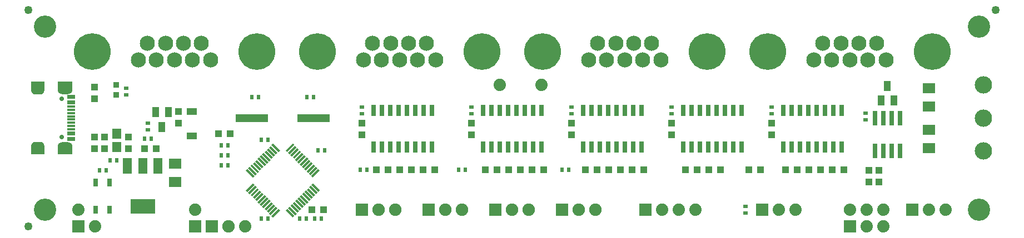
<source format=gbr>
%TF.GenerationSoftware,KiCad,Pcbnew,5.1.6-c6e7f7d~87~ubuntu18.04.1*%
%TF.CreationDate,2022-06-17T15:59:17+03:00*%
%TF.ProjectId,USB-4SERIAL_Rev_B,5553422d-3453-4455-9249-414c5f526576,B*%
%TF.SameCoordinates,Original*%
%TF.FileFunction,Soldermask,Top*%
%TF.FilePolarity,Negative*%
%FSLAX46Y46*%
G04 Gerber Fmt 4.6, Leading zero omitted, Abs format (unit mm)*
G04 Created by KiCad (PCBNEW 5.1.6-c6e7f7d~87~ubuntu18.04.1) date 2022-06-17 15:59:17*
%MOMM*%
%LPD*%
G01*
G04 APERTURE LIST*
%ADD10R,2.101600X1.201600*%
%ADD11R,2.301600X1.201600*%
%ADD12C,0.701600*%
%ADD13R,1.251600X0.351600*%
%ADD14O,2.301600X1.301600*%
%ADD15O,2.101600X1.401600*%
%ADD16R,1.251600X0.401600*%
%ADD17R,0.601600X0.651600*%
%ADD18R,1.501600X1.101600*%
%ADD19C,1.879600*%
%ADD20R,1.879600X1.879600*%
%ADD21O,1.879600X1.879600*%
%ADD22C,3.401601*%
%ADD23C,2.641600*%
%ADD24C,1.901600*%
%ADD25R,1.901600X1.901600*%
%ADD26C,5.601600*%
%ADD27C,2.301600*%
%ADD28R,1.117600X1.117600*%
%ADD29C,1.254000*%
%ADD30R,1.371600X1.625600*%
%ADD31R,3.701600X2.301600*%
%ADD32R,1.320800X2.336800*%
%ADD33R,0.901600X0.901600*%
%ADD34C,0.100000*%
%ADD35R,0.651600X0.601600*%
%ADD36R,0.736600X1.701600*%
%ADD37R,4.927600X1.201600*%
%ADD38R,0.751600X1.151600*%
%ADD39R,0.701600X2.301600*%
%ADD40R,1.879600X1.625600*%
%ADD41R,1.101600X1.501600*%
G04 APERTURE END LIST*
D10*
%TO.C,USB-C1*%
X78860000Y-81127600D03*
D11*
X83040000Y-81127600D03*
D10*
X78860000Y-71272400D03*
D11*
X83040000Y-71272400D03*
D12*
X82540000Y-79090000D03*
D13*
X83942000Y-74450000D03*
X83942000Y-74950000D03*
X83942000Y-75450000D03*
X83942000Y-77950000D03*
X83942000Y-76450000D03*
X83942000Y-77450000D03*
X83942000Y-76950000D03*
X83942000Y-75950000D03*
D14*
X83040000Y-80520000D03*
D15*
X78860000Y-80520000D03*
X78860000Y-71880000D03*
D12*
X82540000Y-73310000D03*
D14*
X83040000Y-71880000D03*
D16*
X83942000Y-73925000D03*
X83942000Y-78475000D03*
X83942000Y-73675000D03*
X83942000Y-78725000D03*
X83942000Y-73125000D03*
X83942000Y-79275000D03*
X83942000Y-72875000D03*
X83942000Y-79525000D03*
%TD*%
D17*
%TO.C,C9*%
X88265000Y-84201000D03*
X89281000Y-84201000D03*
%TD*%
D18*
%TO.C,D1*%
X102362000Y-78989000D03*
X102362000Y-75189000D03*
%TD*%
D19*
%TO.C,GPIO_EXT1*%
X179070000Y-90170000D03*
X176530000Y-90170000D03*
X173990000Y-90170000D03*
D20*
X171450000Y-90170000D03*
%TD*%
D19*
%TO.C,JUMPERS1*%
X207645000Y-90170000D03*
D21*
X202565000Y-90170000D03*
D19*
X205105000Y-90170000D03*
X207645000Y-92710000D03*
X205105000Y-92710000D03*
D20*
X202565000Y-92710000D03*
%TD*%
D19*
%TO.C,RS232_4\u005CRS485*%
X194310000Y-90170000D03*
X191770000Y-90170000D03*
D20*
X189230000Y-90170000D03*
%TD*%
D22*
%TO.C,MH1*%
X80010000Y-90170000D03*
%TD*%
%TO.C,MH2*%
X222250000Y-90170000D03*
%TD*%
%TO.C,MH3*%
X222250000Y-62230000D03*
%TD*%
%TO.C,MH4*%
X80010000Y-62230000D03*
%TD*%
D23*
%TO.C,RS485*%
X222885000Y-81200000D03*
X222885000Y-71200000D03*
X222885000Y-76200000D03*
%TD*%
D24*
%TO.C,Serial2*%
X143510000Y-90170000D03*
X140970000Y-90170000D03*
D25*
X138430000Y-90170000D03*
%TD*%
D24*
%TO.C,Serial3*%
X153670000Y-90170000D03*
X151130000Y-90170000D03*
D25*
X148590000Y-90170000D03*
%TD*%
D24*
%TO.C,Serial4*%
X163830000Y-90170000D03*
X161290000Y-90170000D03*
D25*
X158750000Y-90170000D03*
%TD*%
D24*
%TO.C,Serial1*%
X133350000Y-90170000D03*
X130810000Y-90170000D03*
D25*
X128270000Y-90170000D03*
%TD*%
D19*
%TO.C,+5V_USB1*%
X87630000Y-92710000D03*
%TD*%
%TO.C,3.3V1*%
X102870000Y-90170000D03*
%TD*%
D20*
%TO.C,GND1*%
X85090000Y-92710000D03*
%TD*%
%TO.C,GND2*%
X102870000Y-92710000D03*
%TD*%
D19*
%TO.C,T2IN1*%
X155575000Y-71120000D03*
%TD*%
%TO.C,T2OUT1*%
X149225000Y-71120000D03*
%TD*%
%TO.C,ISP1*%
X110490000Y-92710000D03*
%TD*%
%TO.C,RST#1*%
X85090000Y-90170000D03*
%TD*%
D24*
%TO.C,FW_Upgr1*%
X107950000Y-92710000D03*
D25*
X105410000Y-92710000D03*
%TD*%
D26*
%TO.C,RS232_1*%
X112217200Y-66040000D03*
X87172800Y-66040000D03*
D27*
X95580200Y-64770000D03*
X98323400Y-64770000D03*
X101066600Y-64770000D03*
X103809800Y-64770000D03*
X94208600Y-67310000D03*
X96951800Y-67310000D03*
X99695000Y-67310000D03*
X102438200Y-67310000D03*
X105181400Y-67310000D03*
%TD*%
D28*
%TO.C,C13*%
X89027000Y-79121000D03*
X89027000Y-80899000D03*
%TD*%
D17*
%TO.C,C4*%
X122555000Y-81153000D03*
X121539000Y-81153000D03*
%TD*%
%TO.C,C5*%
X112903000Y-91567000D03*
X113919000Y-91567000D03*
%TD*%
%TO.C,C1*%
X119761000Y-91567000D03*
X118745000Y-91567000D03*
%TD*%
D29*
%TO.C,FID1*%
X77470000Y-92710000D03*
%TD*%
%TO.C,FID2*%
X77470000Y-59690000D03*
%TD*%
%TO.C,FID3*%
X224790000Y-59690000D03*
%TD*%
D30*
%TO.C,L1*%
X90932000Y-78613000D03*
X90932000Y-80645000D03*
%TD*%
D31*
%TO.C,VR1*%
X94869000Y-89713000D03*
D32*
X92557600Y-83515200D03*
X94869000Y-83515200D03*
X97180400Y-83515200D03*
%TD*%
D17*
%TO.C,C6*%
X106807000Y-83439000D03*
X107823000Y-83439000D03*
%TD*%
%TO.C,C2*%
X113919000Y-79502000D03*
X112903000Y-79502000D03*
%TD*%
%TO.C,C3*%
X106807000Y-81915000D03*
X107823000Y-81915000D03*
%TD*%
D28*
%TO.C,C10*%
X106426000Y-78613000D03*
X108204000Y-78613000D03*
%TD*%
D17*
%TO.C,C8*%
X122047000Y-91567000D03*
X121031000Y-91567000D03*
%TD*%
D28*
%TO.C,C7*%
X122428000Y-90170000D03*
X120650000Y-90170000D03*
%TD*%
D33*
%TO.C,PWR_LED1*%
X90805000Y-72644000D03*
X90805000Y-71120000D03*
%TD*%
D28*
%TO.C,R3*%
X87503000Y-79121000D03*
X87503000Y-80899000D03*
%TD*%
D34*
%TO.C,U1*%
G36*
X114703812Y-91366722D02*
G01*
X114452365Y-91115275D01*
X115514156Y-90053484D01*
X115765603Y-90304931D01*
X114703812Y-91366722D01*
G37*
G36*
X114350259Y-91013168D02*
G01*
X114098812Y-90761721D01*
X115160603Y-89699930D01*
X115412050Y-89951377D01*
X114350259Y-91013168D01*
G37*
G36*
X113996706Y-90659615D02*
G01*
X113745259Y-90408168D01*
X114807050Y-89346377D01*
X115058497Y-89597824D01*
X113996706Y-90659615D01*
G37*
G36*
X113643152Y-90306062D02*
G01*
X113391705Y-90054615D01*
X114453496Y-88992824D01*
X114704943Y-89244271D01*
X113643152Y-90306062D01*
G37*
G36*
X113289599Y-89952508D02*
G01*
X113038152Y-89701061D01*
X114099943Y-88639270D01*
X114351390Y-88890717D01*
X113289599Y-89952508D01*
G37*
G36*
X112936046Y-89598955D02*
G01*
X112684599Y-89347508D01*
X113746390Y-88285717D01*
X113997837Y-88537164D01*
X112936046Y-89598955D01*
G37*
G36*
X112582492Y-89245401D02*
G01*
X112331045Y-88993954D01*
X113392836Y-87932163D01*
X113644283Y-88183610D01*
X112582492Y-89245401D01*
G37*
G36*
X112228939Y-88891848D02*
G01*
X111977492Y-88640401D01*
X113039283Y-87578610D01*
X113290730Y-87830057D01*
X112228939Y-88891848D01*
G37*
G36*
X111875385Y-88538295D02*
G01*
X111623938Y-88286848D01*
X112685729Y-87225057D01*
X112937176Y-87476504D01*
X111875385Y-88538295D01*
G37*
G36*
X111521832Y-88184741D02*
G01*
X111270385Y-87933294D01*
X112332176Y-86871503D01*
X112583623Y-87122950D01*
X111521832Y-88184741D01*
G37*
G36*
X111168279Y-87831188D02*
G01*
X110916832Y-87579741D01*
X111978623Y-86517950D01*
X112230070Y-86769397D01*
X111168279Y-87831188D01*
G37*
G36*
X110814725Y-87477635D02*
G01*
X110563278Y-87226188D01*
X111625069Y-86164397D01*
X111876516Y-86415844D01*
X110814725Y-87477635D01*
G37*
G36*
X110563278Y-84223812D02*
G01*
X110814725Y-83972365D01*
X111876516Y-85034156D01*
X111625069Y-85285603D01*
X110563278Y-84223812D01*
G37*
G36*
X110916832Y-83870259D02*
G01*
X111168279Y-83618812D01*
X112230070Y-84680603D01*
X111978623Y-84932050D01*
X110916832Y-83870259D01*
G37*
G36*
X111270385Y-83516706D02*
G01*
X111521832Y-83265259D01*
X112583623Y-84327050D01*
X112332176Y-84578497D01*
X111270385Y-83516706D01*
G37*
G36*
X111623938Y-83163152D02*
G01*
X111875385Y-82911705D01*
X112937176Y-83973496D01*
X112685729Y-84224943D01*
X111623938Y-83163152D01*
G37*
G36*
X111977492Y-82809599D02*
G01*
X112228939Y-82558152D01*
X113290730Y-83619943D01*
X113039283Y-83871390D01*
X111977492Y-82809599D01*
G37*
G36*
X112331045Y-82456046D02*
G01*
X112582492Y-82204599D01*
X113644283Y-83266390D01*
X113392836Y-83517837D01*
X112331045Y-82456046D01*
G37*
G36*
X112684599Y-82102492D02*
G01*
X112936046Y-81851045D01*
X113997837Y-82912836D01*
X113746390Y-83164283D01*
X112684599Y-82102492D01*
G37*
G36*
X113038152Y-81748939D02*
G01*
X113289599Y-81497492D01*
X114351390Y-82559283D01*
X114099943Y-82810730D01*
X113038152Y-81748939D01*
G37*
G36*
X113391705Y-81395385D02*
G01*
X113643152Y-81143938D01*
X114704943Y-82205729D01*
X114453496Y-82457176D01*
X113391705Y-81395385D01*
G37*
G36*
X113745259Y-81041832D02*
G01*
X113996706Y-80790385D01*
X115058497Y-81852176D01*
X114807050Y-82103623D01*
X113745259Y-81041832D01*
G37*
G36*
X114098812Y-80688279D02*
G01*
X114350259Y-80436832D01*
X115412050Y-81498623D01*
X115160603Y-81750070D01*
X114098812Y-80688279D01*
G37*
G36*
X114452365Y-80334725D02*
G01*
X114703812Y-80083278D01*
X115765603Y-81145069D01*
X115514156Y-81396516D01*
X114452365Y-80334725D01*
G37*
G36*
X117706188Y-80083278D02*
G01*
X117957635Y-80334725D01*
X116895844Y-81396516D01*
X116644397Y-81145069D01*
X117706188Y-80083278D01*
G37*
G36*
X118059741Y-80436832D02*
G01*
X118311188Y-80688279D01*
X117249397Y-81750070D01*
X116997950Y-81498623D01*
X118059741Y-80436832D01*
G37*
G36*
X118413294Y-80790385D02*
G01*
X118664741Y-81041832D01*
X117602950Y-82103623D01*
X117351503Y-81852176D01*
X118413294Y-80790385D01*
G37*
G36*
X118766848Y-81143938D02*
G01*
X119018295Y-81395385D01*
X117956504Y-82457176D01*
X117705057Y-82205729D01*
X118766848Y-81143938D01*
G37*
G36*
X119120401Y-81497492D02*
G01*
X119371848Y-81748939D01*
X118310057Y-82810730D01*
X118058610Y-82559283D01*
X119120401Y-81497492D01*
G37*
G36*
X119473954Y-81851045D02*
G01*
X119725401Y-82102492D01*
X118663610Y-83164283D01*
X118412163Y-82912836D01*
X119473954Y-81851045D01*
G37*
G36*
X119827508Y-82204599D02*
G01*
X120078955Y-82456046D01*
X119017164Y-83517837D01*
X118765717Y-83266390D01*
X119827508Y-82204599D01*
G37*
G36*
X120181061Y-82558152D02*
G01*
X120432508Y-82809599D01*
X119370717Y-83871390D01*
X119119270Y-83619943D01*
X120181061Y-82558152D01*
G37*
G36*
X120534615Y-82911705D02*
G01*
X120786062Y-83163152D01*
X119724271Y-84224943D01*
X119472824Y-83973496D01*
X120534615Y-82911705D01*
G37*
G36*
X120888168Y-83265259D02*
G01*
X121139615Y-83516706D01*
X120077824Y-84578497D01*
X119826377Y-84327050D01*
X120888168Y-83265259D01*
G37*
G36*
X121241721Y-83618812D02*
G01*
X121493168Y-83870259D01*
X120431377Y-84932050D01*
X120179930Y-84680603D01*
X121241721Y-83618812D01*
G37*
G36*
X121595275Y-83972365D02*
G01*
X121846722Y-84223812D01*
X120784931Y-85285603D01*
X120533484Y-85034156D01*
X121595275Y-83972365D01*
G37*
G36*
X121846722Y-87226188D02*
G01*
X121595275Y-87477635D01*
X120533484Y-86415844D01*
X120784931Y-86164397D01*
X121846722Y-87226188D01*
G37*
G36*
X121493168Y-87579741D02*
G01*
X121241721Y-87831188D01*
X120179930Y-86769397D01*
X120431377Y-86517950D01*
X121493168Y-87579741D01*
G37*
G36*
X121139615Y-87933294D02*
G01*
X120888168Y-88184741D01*
X119826377Y-87122950D01*
X120077824Y-86871503D01*
X121139615Y-87933294D01*
G37*
G36*
X120786062Y-88286848D02*
G01*
X120534615Y-88538295D01*
X119472824Y-87476504D01*
X119724271Y-87225057D01*
X120786062Y-88286848D01*
G37*
G36*
X120432508Y-88640401D02*
G01*
X120181061Y-88891848D01*
X119119270Y-87830057D01*
X119370717Y-87578610D01*
X120432508Y-88640401D01*
G37*
G36*
X120078955Y-88993954D02*
G01*
X119827508Y-89245401D01*
X118765717Y-88183610D01*
X119017164Y-87932163D01*
X120078955Y-88993954D01*
G37*
G36*
X119725401Y-89347508D02*
G01*
X119473954Y-89598955D01*
X118412163Y-88537164D01*
X118663610Y-88285717D01*
X119725401Y-89347508D01*
G37*
G36*
X119371848Y-89701061D02*
G01*
X119120401Y-89952508D01*
X118058610Y-88890717D01*
X118310057Y-88639270D01*
X119371848Y-89701061D01*
G37*
G36*
X119018295Y-90054615D02*
G01*
X118766848Y-90306062D01*
X117705057Y-89244271D01*
X117956504Y-88992824D01*
X119018295Y-90054615D01*
G37*
G36*
X118664741Y-90408168D02*
G01*
X118413294Y-90659615D01*
X117351503Y-89597824D01*
X117602950Y-89346377D01*
X118664741Y-90408168D01*
G37*
G36*
X118311188Y-90761721D02*
G01*
X118059741Y-91013168D01*
X116997950Y-89951377D01*
X117249397Y-89699930D01*
X118311188Y-90761721D01*
G37*
G36*
X117957635Y-91115275D02*
G01*
X117706188Y-91366722D01*
X116644397Y-90304931D01*
X116895844Y-90053484D01*
X117957635Y-91115275D01*
G37*
%TD*%
D28*
%TO.C,C17*%
X96901000Y-80899000D03*
X95123000Y-80899000D03*
%TD*%
%TO.C,C18*%
X132207000Y-84074000D03*
X130429000Y-84074000D03*
%TD*%
%TO.C,C27*%
X198120000Y-84074000D03*
X196342000Y-84074000D03*
%TD*%
%TO.C,C41*%
X190627000Y-78740000D03*
X190627000Y-76962000D03*
%TD*%
D35*
%TO.C,R6*%
X92329000Y-72644000D03*
X92329000Y-71628000D03*
%TD*%
D36*
%TO.C,U6*%
X192405000Y-80651000D03*
X193675000Y-80651000D03*
X194945000Y-80651000D03*
X196215000Y-80651000D03*
X197485000Y-80651000D03*
X198755000Y-80651000D03*
X200025000Y-80651000D03*
X201295000Y-80651000D03*
X201295000Y-75051000D03*
X200025000Y-75051000D03*
X198755000Y-75051000D03*
X197485000Y-75051000D03*
X196215000Y-75051000D03*
X194945000Y-75051000D03*
X193675000Y-75051000D03*
X192405000Y-75051000D03*
%TD*%
D17*
%TO.C,C15*%
X90932000Y-82677000D03*
X89916000Y-82677000D03*
%TD*%
D37*
%TO.C,Q1*%
X111506000Y-76200000D03*
X120904000Y-76200000D03*
%TD*%
D28*
%TO.C,C19*%
X135763000Y-84074000D03*
X133985000Y-84074000D03*
%TD*%
%TO.C,C20*%
X148844000Y-84074000D03*
X147066000Y-84074000D03*
%TD*%
%TO.C,C42*%
X199898000Y-84074000D03*
X201676000Y-84074000D03*
%TD*%
%TO.C,C29*%
X128270000Y-78740000D03*
X128270000Y-76962000D03*
%TD*%
D17*
%TO.C,R7*%
X128016000Y-84074000D03*
X129032000Y-84074000D03*
%TD*%
D36*
%TO.C,U2*%
X130055621Y-80651000D03*
X131325621Y-80651000D03*
X132595621Y-80651000D03*
X133865621Y-80651000D03*
X135135621Y-80651000D03*
X136405621Y-80651000D03*
X137675621Y-80651000D03*
X138945621Y-80651000D03*
X138945621Y-75051000D03*
X137675621Y-75051000D03*
X136405621Y-75051000D03*
X135135621Y-75051000D03*
X133865621Y-75051000D03*
X132595621Y-75051000D03*
X131325621Y-75051000D03*
X130055621Y-75051000D03*
%TD*%
D28*
%TO.C,C21*%
X152400000Y-84074000D03*
X150622000Y-84074000D03*
%TD*%
%TO.C,C22*%
X164084000Y-84091001D03*
X162306000Y-84091001D03*
%TD*%
%TO.C,C23*%
X167640000Y-84091001D03*
X165862000Y-84091001D03*
%TD*%
%TO.C,C24*%
X179324000Y-84074000D03*
X177546000Y-84074000D03*
%TD*%
%TO.C,C25*%
X182880000Y-84074000D03*
X181102000Y-84074000D03*
%TD*%
%TO.C,C26*%
X194564000Y-84074000D03*
X192786000Y-84074000D03*
%TD*%
%TO.C,C30*%
X137541000Y-84074000D03*
X139319000Y-84074000D03*
%TD*%
%TO.C,C32*%
X144907000Y-78740000D03*
X144907000Y-76962000D03*
%TD*%
%TO.C,C33*%
X154178000Y-84074000D03*
X155956000Y-84074000D03*
%TD*%
%TO.C,C35*%
X160147000Y-78740000D03*
X160147000Y-76962000D03*
%TD*%
%TO.C,C36*%
X169418000Y-84074000D03*
X171196000Y-84074000D03*
%TD*%
%TO.C,C38*%
X175387000Y-78740000D03*
X175387000Y-76962000D03*
%TD*%
D17*
%TO.C,R8*%
X144018000Y-84074000D03*
X143002000Y-84074000D03*
%TD*%
%TO.C,R9*%
X159766000Y-84074000D03*
X158750000Y-84074000D03*
%TD*%
D36*
%TO.C,U3*%
X146685000Y-80651000D03*
X147955000Y-80651000D03*
X149225000Y-80651000D03*
X150495000Y-80651000D03*
X151765000Y-80651000D03*
X153035000Y-80651000D03*
X154305000Y-80651000D03*
X155575000Y-80651000D03*
X155575000Y-75051000D03*
X154305000Y-75051000D03*
X153035000Y-75051000D03*
X151765000Y-75051000D03*
X150495000Y-75051000D03*
X149225000Y-75051000D03*
X147955000Y-75051000D03*
X146685000Y-75051000D03*
%TD*%
%TO.C,U4*%
X161925000Y-80651000D03*
X163195000Y-80651000D03*
X164465000Y-80651000D03*
X165735000Y-80651000D03*
X167005000Y-80651000D03*
X168275000Y-80651000D03*
X169545000Y-80651000D03*
X170815000Y-80651000D03*
X170815000Y-75051000D03*
X169545000Y-75051000D03*
X168275000Y-75051000D03*
X167005000Y-75051000D03*
X165735000Y-75051000D03*
X164465000Y-75051000D03*
X163195000Y-75051000D03*
X161925000Y-75051000D03*
%TD*%
%TO.C,U5*%
X177165000Y-80651000D03*
X178435000Y-80651000D03*
X179705000Y-80651000D03*
X180975000Y-80651000D03*
X182245000Y-80651000D03*
X183515000Y-80651000D03*
X184785000Y-80651000D03*
X186055000Y-80651000D03*
X186055000Y-75051000D03*
X184785000Y-75051000D03*
X183515000Y-75051000D03*
X182245000Y-75051000D03*
X180975000Y-75051000D03*
X179705000Y-75051000D03*
X178435000Y-75051000D03*
X177165000Y-75051000D03*
%TD*%
D38*
%TO.C,RST_BUT1*%
X87698000Y-90213000D03*
X87698000Y-86063000D03*
X89848000Y-90213000D03*
X89848000Y-86063000D03*
%TD*%
D28*
%TO.C,C14*%
X92710000Y-79121000D03*
X92710000Y-80899000D03*
%TD*%
D17*
%TO.C,C16*%
X95123000Y-79375000D03*
X96139000Y-79375000D03*
%TD*%
D28*
%TO.C,C39*%
X187198000Y-84074000D03*
X188976000Y-84074000D03*
%TD*%
D39*
%TO.C,U7*%
X206375000Y-76240000D03*
X207645000Y-76240000D03*
X208915000Y-76240000D03*
X210185000Y-76240000D03*
X210185000Y-81240000D03*
X208915000Y-81240000D03*
X207645000Y-81240000D03*
X206375000Y-81240000D03*
%TD*%
D40*
%TO.C,R11*%
X214630000Y-71628000D03*
X214630000Y-74422000D03*
%TD*%
D35*
%TO.C,R13*%
X95631000Y-76962000D03*
X95631000Y-77978000D03*
%TD*%
D40*
%TO.C,R1*%
X99822000Y-85979000D03*
X99822000Y-83185000D03*
%TD*%
D17*
%TO.C,R2*%
X107823000Y-80391000D03*
X106807000Y-80391000D03*
%TD*%
D28*
%TO.C,R4*%
X87503000Y-73279000D03*
X87503000Y-71501000D03*
%TD*%
D35*
%TO.C,R10*%
X186690000Y-89662000D03*
X186690000Y-90678000D03*
%TD*%
D40*
%TO.C,R12*%
X214630000Y-80772000D03*
X214630000Y-77978000D03*
%TD*%
D41*
%TO.C,T1*%
X98739960Y-75346560D03*
X96837500Y-75346560D03*
X97792540Y-77556360D03*
%TD*%
D28*
%TO.C,R14*%
X205486000Y-85979000D03*
X205486000Y-84201000D03*
%TD*%
%TO.C,R15*%
X207010000Y-85979000D03*
X207010000Y-84201000D03*
%TD*%
%TO.C,R16*%
X100330000Y-75184000D03*
X100330000Y-76962000D03*
%TD*%
D26*
%TO.C,RS232_2*%
X146507200Y-66040000D03*
X121462800Y-66040000D03*
D27*
X129870200Y-64770000D03*
X132613400Y-64770000D03*
X135356600Y-64770000D03*
X138099800Y-64770000D03*
X128498600Y-67310000D03*
X131241800Y-67310000D03*
X133985000Y-67310000D03*
X136728200Y-67310000D03*
X139471400Y-67310000D03*
%TD*%
D26*
%TO.C,RS232_3*%
X180797200Y-66040000D03*
X155752800Y-66040000D03*
D27*
X164160200Y-64770000D03*
X166903400Y-64770000D03*
X169646600Y-64770000D03*
X172389800Y-64770000D03*
X162788600Y-67310000D03*
X165531800Y-67310000D03*
X168275000Y-67310000D03*
X171018200Y-67310000D03*
X173761400Y-67310000D03*
%TD*%
D26*
%TO.C,RS232_4*%
X215087200Y-66040000D03*
X190042800Y-66040000D03*
D27*
X198450200Y-64770000D03*
X201193400Y-64770000D03*
X203936600Y-64770000D03*
X206679800Y-64770000D03*
X197078600Y-67310000D03*
X199821800Y-67310000D03*
X202565000Y-67310000D03*
X205308200Y-67310000D03*
X208051400Y-67310000D03*
%TD*%
D17*
%TO.C,C11*%
X111506000Y-73025000D03*
X112522000Y-73025000D03*
%TD*%
%TO.C,C12*%
X119888000Y-73025000D03*
X120904000Y-73025000D03*
%TD*%
D35*
%TO.C,C28*%
X128270000Y-74549000D03*
X128270000Y-75565000D03*
%TD*%
%TO.C,C31*%
X144907000Y-75565000D03*
X144907000Y-74549000D03*
%TD*%
%TO.C,C34*%
X160147000Y-74549000D03*
X160147000Y-75565000D03*
%TD*%
%TO.C,C37*%
X175387000Y-75565000D03*
X175387000Y-74549000D03*
%TD*%
%TO.C,C40*%
X190627000Y-74549000D03*
X190627000Y-75565000D03*
%TD*%
%TO.C,C43*%
X204978000Y-76454000D03*
X204978000Y-75438000D03*
%TD*%
D41*
%TO.C,TVS1*%
X207330000Y-73490000D03*
X209230000Y-73490000D03*
X208280000Y-71290000D03*
%TD*%
D20*
%TO.C,GPIO11\u005CRTS3*%
X212090000Y-90170000D03*
D19*
X214630000Y-90170000D03*
X217170000Y-90170000D03*
%TD*%
M02*

</source>
